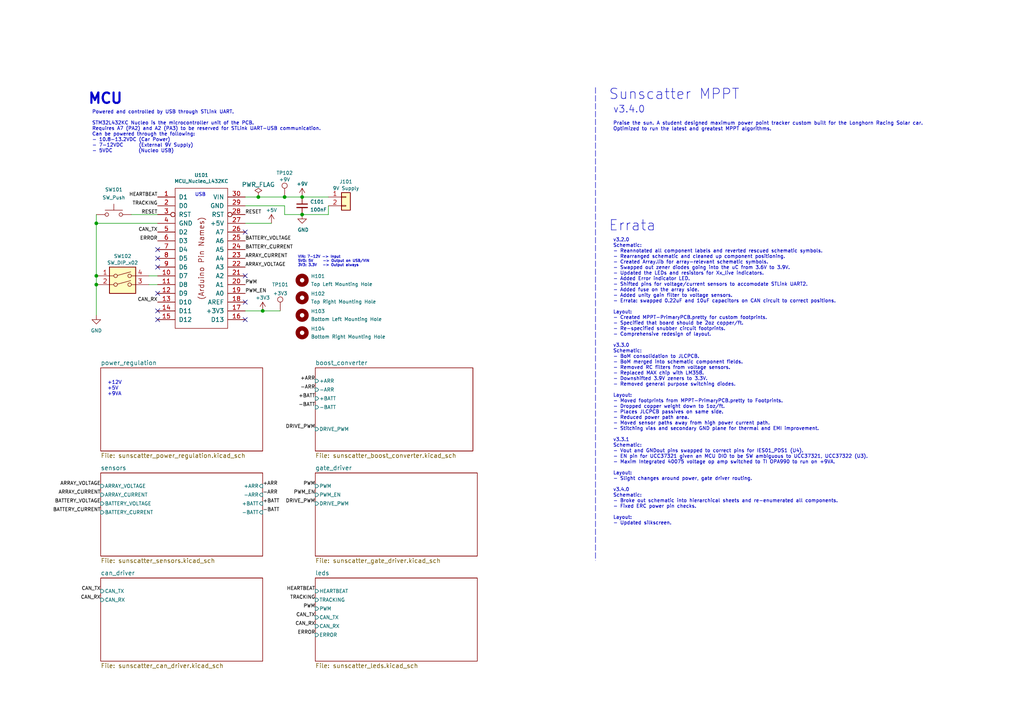
<source format=kicad_sch>
(kicad_sch (version 20211123) (generator eeschema)
  (paper "A4")
  (title_block (title "Sunscatter") (date "2022-06-05") (rev "3.4.0") (company "Longhorn Racing Solar") (comment 1 "Matthew Yu") (comment 2 "Gary Hallock"))
  (lib_symbols
    (symbol "Connector:TestPoint" (pin_numbers hide) (pin_names (offset 0.762) hide)
      (property "Reference" "TP" (at 0 6.858 0))
      (property "Value" "TestPoint" (at 0 5.08 0))
      (symbol "TestPoint_0_1"
        (circle (center 0 3.302) (radius 0.762))
      )
      (symbol "TestPoint_1_1"
        (pin passive line (at 0 0 90) (length 2.54) (name "1") (number "1"))
      )
    )
    (symbol "Connector_Generic:Conn_01x02" (pin_names (offset 1.016) hide)
      (property "Reference" "J" (at 0 2.54 0))
      (property "Value" "Conn_01x02" (at 0 -5.08 0))
      (symbol "Conn_01x02_1_1"
        (rectangle (start -1.27 -2.413) (end 0 -2.667) (stroke (width 0.1524)))
        (rectangle (start -1.27 0.127) (end 0 -0.127) (stroke (width 0.1524)))
        (rectangle (start -1.27 1.27) (end 1.27 -3.81) (stroke (width 0.254)) (fill (type background)))
        (pin passive line (at -5.08 0 0) (length 3.81) (name "Pin_1") (number "1"))
        (pin passive line (at -5.08 -2.54 0) (length 3.81) (name "Pin_2") (number "2"))
      )
    )
    (symbol "Device:C_Small" (pin_numbers hide) (pin_names (offset 0.254) hide)
      (property "Reference" "C" (at 0.254 1.778 0))
      (property "Value" "C_Small" (at 0.254 -2.032 0))
      (symbol "C_Small_0_1"
        (polyline (pts (xy -1.524 -0.508) (xy 1.524 -0.508)) (stroke (width 0.3302)))
        (polyline (pts (xy -1.524 0.508) (xy 1.524 0.508)) (stroke (width 0.3048)))
      )
      (symbol "C_Small_1_1"
        (pin passive line (at 0 2.54 270) (length 2.032) (name "~") (number "1"))
        (pin passive line (at 0 -2.54 90) (length 2.032) (name "~") (number "2"))
      )
    )
    (symbol "MPPT:MCU_Nucleo_L432KC" (pin_names (offset 1.016))
      (property "Reference" "U" (at 0 -21.59 0))
      (property "Value" "MCU_Nucleo_L432KC" (at 0 21.59 0))
      (symbol "MCU_Nucleo_L432KC_0_0"
        (rectangle (start -7.62 20.32) (end 7.62 -20.32))
      )
      (symbol "MCU_Nucleo_L432KC_0_1"
        (text "(Arduino Pin Names)" (at 0 0 900) (effects (font (size 1.524 1.524))))
      )
      (symbol "MCU_Nucleo_L432KC_0_2"
        (text "(Nucleo Pin Names)" (at 0 0 900) (effects (font (size 1.524 1.524))))
      )
      (symbol "MCU_Nucleo_L432KC_1_1"
        (pin bidirectional line (at -12.7 17.78 0) (length 5.08) (name "D1") (number "1"))
        (pin bidirectional line (at -12.7 -5.08 0) (length 5.08) (name "D7") (number "10"))
        (pin bidirectional line (at -12.7 -7.62 0) (length 5.08) (name "D8") (number "11"))
        (pin bidirectional line (at -12.7 -10.16 0) (length 5.08) (name "D9") (number "12"))
        (pin bidirectional line (at -12.7 -12.7 0) (length 5.08) (name "D10") (number "13"))
        (pin bidirectional line (at -12.7 -15.24 0) (length 5.08) (name "D11") (number "14"))
        (pin bidirectional line (at -12.7 -17.78 0) (length 5.08) (name "D12") (number "15"))
        (pin bidirectional line (at 12.7 -17.78 180) (length 5.08) (name "D13") (number "16"))
        (pin power_out line (at 12.7 -15.24 180) (length 5.08) (name "+3V3") (number "17"))
        (pin input line (at 12.7 -12.7 180) (length 5.08) (name "AREF") (number "18"))
        (pin bidirectional line (at 12.7 -10.16 180) (length 5.08) (name "A0") (number "19"))
        (pin bidirectional line (at -12.7 15.24 0) (length 5.08) (name "D0") (number "2"))
        (pin bidirectional line (at 12.7 -7.62 180) (length 5.08) (name "A1") (number "20"))
        (pin bidirectional line (at 12.7 -5.08 180) (length 5.08) (name "A2") (number "21"))
        (pin bidirectional line (at 12.7 -2.54 180) (length 5.08) (name "A3") (number "22"))
        (pin bidirectional line (at 12.7 0 180) (length 5.08) (name "A4") (number "23"))
        (pin bidirectional line (at 12.7 2.54 180) (length 5.08) (name "A5") (number "24"))
        (pin bidirectional line (at 12.7 5.08 180) (length 5.08) (name "A6") (number "25"))
        (pin bidirectional line (at 12.7 7.62 180) (length 5.08) (name "A7") (number "26"))
        (pin power_in line (at 12.7 10.16 180) (length 5.08) (name "+5V") (number "27"))
        (pin input inverted (at 12.7 12.7 180) (length 5.08) (name "RST") (number "28"))
        (pin power_in line (at 12.7 15.24 180) (length 5.08) (name "GND") (number "29"))
        (pin input inverted (at -12.7 12.7 0) (length 5.08) (name "RST") (number "3"))
        (pin power_in line (at 12.7 17.78 180) (length 5.08) (name "VIN") (number "30"))
        (pin power_in line (at -12.7 10.16 0) (length 5.08) (name "GND") (number "4"))
        (pin bidirectional line (at -12.7 7.62 0) (length 5.08) (name "D2") (number "5"))
        (pin bidirectional line (at -12.7 5.08 0) (length 5.08) (name "D3") (number "6"))
        (pin bidirectional line (at -12.7 2.54 0) (length 5.08) (name "D4") (number "7"))
        (pin bidirectional line (at -12.7 0 0) (length 5.08) (name "D5") (number "8"))
        (pin bidirectional line (at -12.7 -2.54 0) (length 5.08) (name "D6") (number "9"))
      )
      (symbol "MCU_Nucleo_L432KC_1_2"
        (pin bidirectional line (at -12.7 17.78 0) (length 5.08) (name "PA9") (number "1"))
        (pin bidirectional line (at -12.7 -5.08 0) (length 5.08) (name "PC14") (number "10"))
        (pin bidirectional line (at -12.7 -7.62 0) (length 5.08) (name "PC15") (number "11"))
        (pin bidirectional line (at -12.7 -10.16 0) (length 5.08) (name "PA8") (number "12"))
        (pin bidirectional line (at -12.7 -12.7 0) (length 5.08) (name "PA11") (number "13"))
        (pin bidirectional line (at -12.7 -15.24 0) (length 5.08) (name "PB5") (number "14"))
        (pin bidirectional line (at -12.7 -17.78 0) (length 5.08) (name "PB4") (number "15"))
        (pin bidirectional line (at 12.7 -17.78 180) (length 5.08) (name "PB3") (number "16"))
        (pin power_out line (at 12.7 -15.24 180) (length 5.08) (name "+3V3") (number "17"))
        (pin input line (at 12.7 -12.7 180) (length 5.08) (name "AREF") (number "18"))
        (pin bidirectional line (at 12.7 -10.16 180) (length 5.08) (name "PA0") (number "19"))
        (pin bidirectional line (at -12.7 15.24 0) (length 5.08) (name "PA10") (number "2"))
        (pin bidirectional line (at 12.7 -7.62 180) (length 5.08) (name "PA1") (number "20"))
        (pin bidirectional line (at 12.7 -5.08 180) (length 5.08) (name "PA3") (number "21"))
        (pin bidirectional line (at 12.7 -2.54 180) (length 5.08) (name "PA4") (number "22"))
        (pin bidirectional line (at 12.7 0 180) (length 5.08) (name "PA5") (number "23"))
        (pin bidirectional line (at 12.7 2.54 180) (length 5.08) (name "PA6") (number "24"))
        (pin bidirectional line (at 12.7 5.08 180) (length 5.08) (name "PA7") (number "25"))
        (pin bidirectional line (at 12.7 7.62 180) (length 5.08) (name "PA2") (number "26"))
        (pin power_out line (at 12.7 10.16 180) (length 5.08) (name "+5V") (number "27"))
        (pin input inverted (at 12.7 12.7 180) (length 5.08) (name "RST") (number "28"))
        (pin power_in line (at 12.7 15.24 180) (length 5.08) (name "GND") (number "29"))
        (pin input inverted (at -12.7 12.7 0) (length 5.08) (name "RST") (number "3"))
        (pin power_in line (at 12.7 17.78 180) (length 5.08) (name "VIN") (number "30"))
        (pin power_in line (at -12.7 10.16 0) (length 5.08) (name "GND") (number "4"))
        (pin bidirectional line (at -12.7 7.62 0) (length 5.08) (name "PA12") (number "5"))
        (pin bidirectional line (at -12.7 5.08 0) (length 5.08) (name "PB0") (number "6"))
        (pin bidirectional line (at -12.7 2.54 0) (length 5.08) (name "PB7") (number "7"))
        (pin bidirectional line (at -12.7 0 0) (length 5.08) (name "PB6") (number "8"))
        (pin bidirectional line (at -12.7 -2.54 0) (length 5.08) (name "PB1") (number "9"))
      )
    )
    (symbol "Mechanical:MountingHole" (pin_names (offset 1.016))
      (property "Reference" "H" (at 0 5.08 0))
      (property "Value" "MountingHole" (at 0 3.175 0))
      (symbol "MountingHole_0_1"
        (circle (center 0 0) (radius 1.27) (stroke (width 1.27)))
      )
    )
    (symbol "Switch:SW_DIP_x02" (pin_names (offset 0) hide)
      (property "Reference" "SW" (at 0 6.35 0))
      (property "Value" "SW_DIP_x02" (at 0 -3.81 0))
      (symbol "SW_DIP_x02_0_0"
        (circle (center -2.032 0) (radius 0.508))
        (circle (center -2.032 2.54) (radius 0.508))
        (polyline (pts (xy -1.524 0.127) (xy 2.3622 1.1684)))
        (polyline (pts (xy -1.524 2.667) (xy 2.3622 3.7084)))
        (circle (center 2.032 0) (radius 0.508))
        (circle (center 2.032 2.54) (radius 0.508))
      )
      (symbol "SW_DIP_x02_0_1"
        (rectangle (start -3.81 5.08) (end 3.81 -2.54) (stroke (width 0.254)) (fill (type background)))
      )
      (symbol "SW_DIP_x02_1_1"
        (pin passive line (at -7.62 2.54 0) (length 5.08) (name "~") (number "1"))
        (pin passive line (at -7.62 0 0) (length 5.08) (name "~") (number "2"))
        (pin passive line (at 7.62 0 180) (length 5.08) (name "~") (number "3"))
        (pin passive line (at 7.62 2.54 180) (length 5.08) (name "~") (number "4"))
      )
    )
    (symbol "Switch:SW_Push" (pin_numbers hide) (pin_names (offset 1.016) hide)
      (property "Reference" "SW" (at 1.27 2.54 0))
      (property "Value" "SW_Push" (at 0 -1.524 0))
      (symbol "SW_Push_0_1"
        (circle (center -2.032 0) (radius 0.508))
        (polyline (pts (xy 0 1.27) (xy 0 3.048)))
        (polyline (pts (xy 2.54 1.27) (xy -2.54 1.27)))
        (circle (center 2.032 0) (radius 0.508))
        (pin passive line (at -5.08 0 0) (length 2.54) (name "1") (number "1"))
        (pin passive line (at 5.08 0 180) (length 2.54) (name "2") (number "2"))
      )
    )
    (symbol "power:+3V3" (power) (pin_names (offset 0))
      (property "Value" "+3V3" (at 0 3.556 0))
      (symbol "+3V3_0_1"
        (polyline (pts (xy -0.762 1.27) (xy 0 2.54)))
        (polyline (pts (xy 0 0) (xy 0 2.54)))
        (polyline (pts (xy 0 2.54) (xy 0.762 1.27)))
      )
      (symbol "+3V3_1_1"
        (pin power_in line (at 0 0 90) (length 0) hide (name "+3V3") (number "1"))
      )
    )
    (symbol "power:+5V" (power) (pin_names (offset 0))
      (property "Value" "+5V" (at 0 3.556 0))
      (symbol "+5V_0_1"
        (polyline (pts (xy -0.762 1.27) (xy 0 2.54)))
        (polyline (pts (xy 0 0) (xy 0 2.54)))
        (polyline (pts (xy 0 2.54) (xy 0.762 1.27)))
      )
      (symbol "+5V_1_1"
        (pin power_in line (at 0 0 90) (length 0) hide (name "+5V") (number "1"))
      )
    )
    (symbol "power:+9V" (power) (pin_names (offset 0))
      (property "Value" "+9V" (at 0 3.556 0))
      (symbol "+9V_0_1"
        (polyline (pts (xy -0.762 1.27) (xy 0 2.54)))
        (polyline (pts (xy 0 0) (xy 0 2.54)))
        (polyline (pts (xy 0 2.54) (xy 0.762 1.27)))
      )
      (symbol "+9V_1_1"
        (pin power_in line (at 0 0 90) (length 0) hide (name "+9V") (number "1"))
      )
    )
    (symbol "power:GND" (power) (pin_names (offset 0))
      (property "Value" "GND" (at 0 -3.81 0))
      (symbol "GND_0_1"
        (polyline (pts (xy 0 0) (xy 0 -1.27) (xy 1.27 -1.27) (xy 0 -2.54) (xy -1.27 -1.27) (xy 0 -1.27)))
      )
      (symbol "GND_1_1"
        (pin power_in line (at 0 0 270) (length 0) hide (name "GND") (number "1"))
      )
    )
    (symbol "power:PWR_FLAG" (power) (pin_numbers hide) (pin_names (offset 0) hide)
      (property "Value" "PWR_FLAG" (at 0 3.81 0))
      (symbol "PWR_FLAG_0_0"
        (pin power_out line (at 0 0 90) (length 0) (name "pwr") (number "1"))
      )
      (symbol "PWR_FLAG_0_1"
        (polyline (pts (xy 0 0) (xy 0 1.27) (xy -1.016 1.905) (xy 0 2.54) (xy 1.016 1.905) (xy 0 1.27)))
      )
    )
  )
  (junction (at 27.94 64.77))
  (junction (at 76.2 90.17))
  (junction (at 27.94 82.55))
  (junction (at 87.63 62.23))
  (junction (at 27.94 80.01))
  (junction (at 87.63 57.15))
  (junction (at 82.55 57.15))
  (junction (at 74.93 57.15))
  (no_connect (at 71.12 87.63))
  (no_connect (at 71.12 67.31))
  (no_connect (at 45.72 77.47))
  (no_connect (at 45.72 72.39))
  (no_connect (at 71.12 80.01))
  (no_connect (at 45.72 90.17))
  (no_connect (at 45.72 92.71))
  (no_connect (at 71.12 92.71))
  (no_connect (at 45.72 74.93))
  (no_connect (at 45.72 85.09))
  (wire (pts (xy 71.12 64.77) (xy 78.74 64.77)))
  (wire (pts (xy 43.18 80.01) (xy 45.72 80.01)))
  (wire (pts (xy 27.94 91.44) (xy 27.94 82.55)))
  (wire (pts (xy 82.55 57.15) (xy 87.63 57.15)))
  (wire (pts (xy 82.55 59.69) (xy 82.55 62.23)))
  (wire (pts (xy 43.18 82.55) (xy 45.72 82.55)))
  (wire (pts (xy 27.94 64.77) (xy 45.72 64.77)))
  (wire (pts (xy 82.55 62.23) (xy 87.63 62.23)))
  (wire (pts (xy 27.94 82.55) (xy 27.94 80.01)))
  (polyline (pts (xy 172.72 25.4) (xy 172.72 162.56)))
  (wire (pts (xy 87.63 57.15) (xy 95.25 57.15)))
  (wire (pts (xy 95.25 62.23) (xy 87.63 62.23)))
  (wire (pts (xy 27.94 64.77) (xy 27.94 80.01)))
  (wire (pts (xy 76.2 90.17) (xy 71.12 90.17)))
  (wire (pts (xy 71.12 57.15) (xy 74.93 57.15)))
  (wire (pts (xy 27.94 62.23) (xy 27.94 64.77)))
  (wire (pts (xy 95.25 59.69) (xy 95.25 62.23)))
  (wire (pts (xy 74.93 57.15) (xy 82.55 57.15)))
  (wire (pts (xy 71.12 59.69) (xy 82.55 59.69)))
  (wire (pts (xy 76.2 90.17) (xy 81.28 90.17)))
  (wire (pts (xy 38.1 62.23) (xy 45.72 62.23)))
  (text "Errata" (at 176.53 67.31 0) (effects (font (size 3 3)) (justify left bottom)))
  (text "VIN: 7-12V -> Input\n5V0: 5V     -> Output on USB/VIN\n3V3: 3.3V   -> Output always" (at 86.36 77.47 0) (effects (font (size 0.75 0.75)) (justify left bottom)))
  (text "USB" (at 56.515 57.15 0) (effects (font (size 1 1)) (justify left bottom)))
  (text "v3.2.0\nSchematic:\n- Reannotated all component labels and reverted rescued schematic symbols.\n- Rearranged schematic and cleaned up component positioning.\n- Created Array.lib for array-relevant schematic symbols.\n- Swapped out zener diodes going into the uC from 3.6V to 3.9V.\n- Updated the LEDs and resistors for Xx_live indicators.\n- Added Error indicator LED.\n- Shifted pins for voltage/current sensors to accomodate STLink UART2.\n- Added fuse on the array side.\n- Added unity gain filter to voltage sensors.\n- Errata: swapped 0.22uF and 10uF capacitors on CAN circuit to correct positions.\n\nLayout:\n- Created MPPT-PrimaryPCB.pretty for custom footprints.\n- Specified that board should be 2oz copper/ft.\n- Re-specified snubber circuit footprints.\n- Comprehensive redesign of layout.\n\nv3.3.0\nSchematic:\n- BoM consolidation to JLCPCB.\n- BoM merged into schematic component fields.\n- Removed RC filters from voltage sensors.\n- Replaced MAX chip with LM358.\n- Downshifted 3.9V zeners to 3.3V.\n- Removed general purpose switching diodes.\n\nLayout:\n- Moved footprints from MPPT-PrimaryPCB.pretty to Footprints.\n- Dropped copper weight down to 1oz/ft.\n- Places JLCPCB passives on same side.\n- Reduced power path area.\n- Moved sensor paths away from high power current path.\n- Stitching vias and secondary GND plane for thermal and EMI improvement.\n\nv3.3.1\nSchematic:\n- Vout and GNDout pins swapped to correct pins for IES01_PDS1 (U4).\n- EN pin for UCC37321 given an MCU DIO to be SW ambiguous to UCC37321, UCC37322 (U3).\n- Maxim Integrated 40075 voltage op amp switched to TI OPA990 to run on +9VA.\n\nLayout:\n- Slight changes around power, gate driver routing.\n\nv3.4.0\nSchematic:\n- Broke out schematic into hierarchical sheets and re-enumerated all components.\n- Fixed ERC power pin checks.\n\nLayout:\n- Updated silkscreen." (at 177.8 152.4 0) (effects (font (size 1 1)) (justify left bottom)))
  (text "v3.4.0" (at 177.8 33.02 0) (effects (font (size 2 2)) (justify left bottom)))
  (text "Powered and controlled by USB through STLink UART.\n\nSTM32L432KC Nucleo is the microcontroller unit of the PCB.\nRequires A7 (PA2) and A2 (PA3) to be reserved for STLink UART-USB communication.\nCan be powered through the following:\n- 10.8-13.2VDC (Car Power)\n- 7-12VDC      (External 9V Supply)\n- 5VDC          (Nucleo USB)\n" (at 26.67 44.45 0) (effects (font (size 1 1)) (justify left bottom)))
  (text "MCU" (at 25.4 30.48 0) (effects (font (size 3 3) (thickness 0.6096) bold) (justify left bottom)))
  (text "Sunscatter MPPT" (at 176.53 29.21 0) (effects (font (size 3 3)) (justify left bottom)))
  (text "+12V\n+5V\n+9VA" (at 31.115 114.935 0) (effects (font (size 1.016 1.016)) (justify left bottom)))
  (text "Praise the sun. A student designed maximum power point tracker custom built for the Longhorn Racing Solar car.\nOptimized to run the latest and greatest MPPT algorithms." (at 177.8 38.1 0) (effects (font (size 1.016 1.016)) (justify left bottom)))
  (label "TRACKING" (at 91.44 173.99 180) (effects (font (size 1 1))))
  (label "HEARTBEAT" (at 91.44 171.45 180) (effects (font (size 1 1))))
  (label "+ARR" (at 76.2 140.97 0) (effects (font (size 1.016 1.016))))
  (label "PWM" (at 91.44 140.97 180) (effects (font (size 1 1))))
  (label "BATTERY_CURRENT" (at 29.21 148.59 180) (effects (font (size 1 1))))
  (label "PWM_EN" (at 91.44 143.51 180) (effects (font (size 1.016 1.016))))
  (label "+BATT" (at 76.2 146.05 0) (effects (font (size 1.016 1.016))))
  (label "BATTERY_VOLTAGE" (at 29.21 146.05 180) (effects (font (size 1 1))))
  (label "ARRAY_VOLTAGE" (at 29.21 140.97 180) (effects (font (size 1 1))))
  (label "RESET" (at 45.72 62.23 180) (effects (font (size 1 1))))
  (label "PWM_EN" (at 71.12 85.09 0) (effects (font (size 1 1))))
  (label "ARRAY_CURRENT" (at 29.21 143.51 180) (effects (font (size 1 1))))
  (label "PWM" (at 91.44 176.53 180) (effects (font (size 1 1))))
  (label "-BATT" (at 76.2 148.59 0) (effects (font (size 1.016 1.016))))
  (label "-ARR" (at 76.2 143.51 0) (effects (font (size 1.016 1.016))))
  (label "CAN_TX" (at 45.72 67.31 180) (effects (font (size 1 1))))
  (label "TRACKING" (at 45.72 59.69 180) (effects (font (size 1 1))))
  (label "CAN_TX" (at 29.21 171.45 180) (effects (font (size 1 1))))
  (label "HEARTBEAT" (at 45.72 57.15 180) (effects (font (size 1 1))))
  (label "-BATT" (at 91.44 118.11 180) (effects (font (size 1.016 1.016))))
  (label "CAN_TX" (at 91.44 179.07 180) (effects (font (size 1 1))))
  (label "-ARR" (at 91.44 113.03 180) (effects (font (size 1.016 1.016))))
  (label "ERROR" (at 91.44 184.15 180) (effects (font (size 1 1))))
  (label "RESET" (at 71.12 62.23 0) (effects (font (size 1 1))))
  (label "PWM" (at 71.12 82.55 0) (effects (font (size 1 1))))
  (label "ERROR" (at 45.72 69.85 180) (effects (font (size 1 1))))
  (label "+ARR" (at 91.44 110.49 180) (effects (font (size 1.016 1.016))))
  (label "BATTERY_CURRENT" (at 71.12 72.39 0) (effects (font (size 1 1))))
  (label "DRIVE_PWM" (at 91.44 146.05 180) (effects (font (size 1.016 1.016))))
  (label "DRIVE_PWM" (at 91.44 124.46 180) (effects (font (size 1.016 1.016))))
  (label "ARRAY_CURRENT" (at 71.12 74.93 0) (effects (font (size 1 1))))
  (label "CAN_RX" (at 29.21 173.99 180) (effects (font (size 1 1))))
  (label "CAN_RX" (at 45.72 87.63 180) (effects (font (size 1 1))))
  (label "BATTERY_VOLTAGE" (at 71.12 69.85 0) (effects (font (size 1 1))))
  (label "CAN_RX" (at 91.44 181.61 180) (effects (font (size 1 1))))
  (label "+BATT" (at 91.44 115.57 180) (effects (font (size 1.016 1.016))))
  (label "ARRAY_VOLTAGE" (at 71.12 77.47 0) (effects (font (size 1 1))))
  (symbol (lib_id "Mechanical:MountingHole") (at 87.63 81.28 0) (unit 1)
    (property "Reference" "H101" (at 90.17 80.1116 0) (effects (font (size 1 1)) (justify left)))
    (property "Value" "Top Left Mounting Hole" (at 90.17 82.423 0) (effects (font (size 1 1)) (justify left)))
    (property "Footprint" "MountingHole:MountingHole_3.2mm_M3" (effects hide))
  )
  (symbol (lib_id "Mechanical:MountingHole") (at 87.63 86.36 0) (unit 1)
    (property "Reference" "H102" (at 90.17 85.1916 0) (effects (font (size 1 1)) (justify left)))
    (property "Value" "Top Right Mounting Hole" (at 90.17 87.503 0) (effects (font (size 1 1)) (justify left)))
    (property "Footprint" "MountingHole:MountingHole_3.2mm_M3" (effects hide))
  )
  (symbol (lib_id "Mechanical:MountingHole") (at 87.63 91.44 0) (unit 1)
    (property "Reference" "H103" (at 90.17 90.2716 0) (effects (font (size 1 1)) (justify left)))
    (property "Value" "Bottom Left Mounting Hole" (at 90.17 92.583 0) (effects (font (size 1 1)) (justify left)))
    (property "Footprint" "MountingHole:MountingHole_3.2mm_M3" (effects hide))
  )
  (symbol (lib_id "Mechanical:MountingHole") (at 87.63 96.52 0) (unit 1)
    (property "Reference" "H104" (at 90.17 95.3516 0) (effects (font (size 1 1)) (justify left)))
    (property "Value" "Bottom Right Mounting Hole" (at 90.17 97.663 0) (effects (font (size 1 1)) (justify left)))
    (property "Footprint" "MountingHole:MountingHole_3.2mm_M3" (effects hide))
  )
  (symbol (lib_id "power:PWR_FLAG") (at 74.93 57.15 0) (unit 1)
    (property "Reference" "#FLG0101" (effects hide))
    (property "Value" "PWR_FLAG" (at 74.93 53.5455 0))
  )
  (symbol (lib_id "Device:C_Small") (at 87.63 59.69 0) (unit 1)
    (property "Reference" "C101" (at 89.9668 58.5216 0) (effects (font (size 1 1)) (justify left)))
    (property "Value" "100nF" (at 89.9668 60.833 0) (effects (font (size 1 1)) (justify left)))
    (property "Footprint" "Capacitor_SMD:C_0805_2012Metric" (effects hide))
    (property "Datasheet" "https://datasheet.lcsc.com/lcsc/1810191216_Samsung-Electro-Mechanics-CL21B104KCFNNNE_C28233.pdf" (effects hide))
    (property "Distributor" "JLCPCB" (effects hide))
    (property "Manufacturer" "Samsung Elctro-Mechanics" (effects hide))
    (property "JLCPCB BOM" "1" (effects hide))
    (property "LCSC Part" "C28233" (effects hide))
    (property "Projected Cost" "0.0083" (effects hide))
    (property "Purchase Page" "N/A" (effects hide))
    (property "Manufacturer Part Number" "CL21B104KCFNNNE" (effects hide))
    (property "Mouser Part" "N/A" (effects hide))
  )
  (symbol (lib_id "Switch:SW_Push") (at 33.02 62.23 0) (unit 1)
    (property "Reference" "SW101" (at 33.02 54.991 0) (effects (font (size 1 1))))
    (property "Value" "SW_Push" (at 33.02 57.3024 0) (effects (font (size 1 1))))
    (property "Footprint" "Button_Switch_THT:SW_PUSH_6mm" (effects hide))
    (property "Datasheet" "https://www.mouser.com/datasheet/2/670/ts02-2586188.pdf" (effects hide))
    (property "Distributor" "Mouser" (effects hide))
    (property "Manufacturer" "CUI Devices" (effects hide))
    (property "JLCPCB BOM" "0" (effects hide))
    (property "LCSC Part" "N/A" (effects hide))
    (property "Projected Cost" "0.10" (effects hide))
    (property "Purchase Page" "https://www.mouser.com/ProductDetail/CUI-Devices/TS02-66-50-BK-260-SCR-D?qs=A6eO%252BMLsxmQtNldP04biKA%3D%3D" (effects hide))
    (property "Manufacturer Part Number" "TS02-66-50-BK-260-SCR-D" (effects hide))
    (property "Mouser Part" "179-TS026650BK260SCR" (effects hide))
  )
  (symbol (lib_id "Switch:SW_DIP_x02") (at 35.56 82.55 0) (unit 1)
    (property "Reference" "SW102" (at 35.56 74.295 0) (effects (font (size 1 1))))
    (property "Value" "SW_DIP_x02" (at 35.56 76.2 0) (effects (font (size 1 1))))
    (property "Footprint" "Footprints:ADF02ST04_DIP_Switch_2_POS" (effects hide))
    (property "Datasheet" "https://www.mouser.com/datasheet/2/418/5/ENG_CD_1825059_A8-659985.pdf" (effects hide))
    (property "Distributor" "Mouser" (effects hide))
    (property "JLCPCB BOM" "0" (effects hide))
    (property "LCSC Part" "N/A" (effects hide))
    (property "Manufacturer" "TE Connectivity" (effects hide))
    (property "Projected Cost" "1.13" (effects hide))
    (property "Purchase Page" "https://www.mouser.com/ProductDetail/TE-Connectivity-Alcoswitch/ADF02ST04?qs=g%252BEszo6zu8MYpJDGyO7kjQ%3D%3D" (effects hide))
    (property "Manufacturer Part Number" "ADF02ST04" (effects hide))
    (property "Mouser Part" "506-ADF02ST04" (effects hide))
  )
  (symbol (lib_id "power:+9V") (at 87.63 57.15 0) (unit 1)
    (property "Reference" "#PWR0104" (effects hide))
    (property "Value" "+9V" (at 87.63 53.34 0) (effects (font (size 1 1))))
  )
  (symbol (lib_id "power:+5V") (at 78.74 64.77 0) (unit 1)
    (property "Reference" "#PWR0103" (effects hide))
    (property "Value" "+5V" (at 78.74 60.96 0) (effects (font (size 1 1))))
  )
  (symbol (lib_id "Connector_Generic:Conn_01x02") (at 100.33 57.15 0) (unit 1)
    (property "Reference" "J101" (at 100.33 52.705 0) (effects (font (size 1 1))))
    (property "Value" "9V Supply" (at 100.33 54.61 0) (effects (font (size 1 1))))
    (property "Footprint" "Connector_Molex:Molex_Micro-Fit_3.0_43650-0215_1x02_P3.00mm_Vertical" (effects hide))
    (property "Datasheet" "https://www.mouser.com/datasheet/2/276/0436500215_PCB_HEADERS-148687.pdf" (effects hide))
    (property "Distributor" "Mouser" (effects hide))
    (property "Manufacturer" "Molex" (effects hide))
    (property "JLCPCB BOM" "0" (effects hide))
    (property "LCSC Part" "N/A" (effects hide))
    (property "Projected Cost" "1.46" (effects hide))
    (property "Purchase Page" "https://www.mouser.com/ProductDetail/538-43650-0215" (effects hide))
    (property "Manufacturer Part Number" "43650-0215" (effects hide))
    (property "Mouser Part" "538-43650-0215" (effects hide))
  )
  (symbol (lib_id "power:GND") (at 87.63 62.23 0) (unit 1)
    (property "Reference" "#PWR0105" (effects hide))
    (property "Value" "GND" (at 89.535 66.675 0) (effects (font (size 1 1)) (justify right)))
  )
  (symbol (lib_id "MPPT:MCU_Nucleo_L432KC") (at 58.42 74.93 0) (unit 1)
    (property "Reference" "U101" (at 58.42 50.8 0) (effects (font (size 1 1))))
    (property "Value" "MCU_Nucleo_L432KC" (at 58.42 52.5526 0) (effects (font (size 1 1))))
    (property "Footprint" "Footprints:MODULE_NUCLEO-L432KC" (effects hide))
    (property "Datasheet" "https://www.mouser.com/datasheet/2/389/nucleo-f031k6-1484037.pdf" (effects hide))
    (property "Distributor" "Mouser" (effects hide))
    (property "Manufacturer" "STMicroelectronics" (effects hide))
    (property "JLCPCB BOM" "0" (effects hide))
    (property "LCSC Part" "N/A" (effects hide))
    (property "Projected Cost" "10.64" (effects hide))
    (property "Purchase Page" "https://www.mouser.com/ProductDetail/STMicroelectronics/NUCLEO-L432KC?qs=qzCNEk%252BRr%252BajjPvxjwWK5g%3D%3D" (effects hide))
    (property "Manufacturer Part Number" "511-NUCLEO-L432KC" (effects hide))
    (property "Mouser Part" "511-NUCLEO-L432KC" (effects hide))
  )
  (symbol (lib_id "Connector:TestPoint") (at 81.28 90.17 0) (unit 1)
    (property "Reference" "TP101" (at 81.28 82.55 0) (effects (font (size 1 1))))
    (property "Value" "+3V3" (at 81.28 85.09 0) (effects (font (size 1 1))))
    (property "Footprint" "TestPoint:TestPoint_Pad_1.0x1.0mm" (effects hide))
  )
  (symbol (lib_id "power:GND") (at 27.94 91.44 0) (unit 1)
    (property "Reference" "#PWR0101" (effects hide))
    (property "Value" "GND" (at 27.94 95.885 0) (effects (font (size 1 1))))
  )
  (symbol (lib_id "Connector:TestPoint") (at 82.55 57.15 0) (unit 1)
    (property "Reference" "TP102" (at 82.55 50.165 0) (effects (font (size 1 1))))
    (property "Value" "+9V" (at 82.55 52.07 0) (effects (font (size 1 1))))
    (property "Footprint" "TestPoint:TestPoint_Pad_1.0x1.0mm" (effects hide))
  )
  (symbol (lib_id "power:+3V3") (at 76.2 90.17 0) (unit 1)
    (property "Reference" "#PWR0102" (effects hide))
    (property "Value" "+3V3" (at 76.2 86.36 0) (effects (font (size 1 1))))
  )
  (sheet (at 91.44 167.64) (size 46.99 24.13) (stroke (width 0.1524))
    (property "Sheet name" "leds" (at 91.44 166.9284 0) (effects (justify left bottom)))
    (property "Sheet file" "sunscatter_leds.kicad_sch" (at 91.44 192.3546 0) (effects (justify left top)))
    (pin "CAN_TX" input (at 91.44 179.07 180) (effects (font (size 1.016 1.016))))
    (pin "PWM" input (at 91.44 176.53 180) (effects (font (size 1.016 1.016))))
    (pin "TRACKING" input (at 91.44 173.99 180) (effects (font (size 1.016 1.016))))
    (pin "HEARTBEAT" input (at 91.44 171.45 180) (effects (font (size 1.016 1.016))))
    (pin "CAN_RX" input (at 91.44 181.61 180) (effects (font (size 1.016 1.016))))
    (pin "ERROR" input (at 91.44 184.15 180) (effects (font (size 1.016 1.016))))
  )
  (sheet (at 91.44 106.68) (size 45.72 24.13) (stroke (width 0.1524))
    (property "Sheet name" "boost_converter" (at 91.44 105.9684 0) (effects (justify left bottom)))
    (property "Sheet file" "sunscatter_boost_converter.kicad_sch" (at 91.44 131.3946 0) (effects (justify left top)))
    (pin "-ARR" input (at 91.44 113.03 180) (effects (font (size 1.016 1.016))))
    (pin "+ARR" input (at 91.44 110.49 180) (effects (font (size 1.016 1.016))))
    (pin "DRIVE_PWM" input (at 91.44 124.46 180) (effects (font (size 1.016 1.016))))
    (pin "+BATT" input (at 91.44 115.57 180) (effects (font (size 1.016 1.016))))
    (pin "-BATT" input (at 91.44 118.11 180) (effects (font (size 1.016 1.016))))
  )
  (sheet (at 29.21 137.16) (size 46.99 24.13) (stroke (width 0.1524))
    (property "Sheet name" "sensors" (at 29.21 136.4484 0) (effects (justify left bottom)))
    (property "Sheet file" "sunscatter_sensors.kicad_sch" (at 29.21 161.8746 0) (effects (justify left top)))
    (pin "BATTERY_CURRENT" input (at 29.21 148.59 180) (effects (font (size 1.016 1.016))))
    (pin "-BATT" input (at 76.2 148.59 0) (effects (font (size 1.016 1.016))))
    (pin "-ARR" input (at 76.2 143.51 0) (effects (font (size 1.016 1.016))))
    (pin "ARRAY_CURRENT" input (at 29.21 143.51 180) (effects (font (size 1.016 1.016))))
    (pin "ARRAY_VOLTAGE" input (at 29.21 140.97 180) (effects (font (size 1.016 1.016))))
    (pin "+ARR" input (at 76.2 140.97 0) (effects (font (size 1.016 1.016))))
    (pin "BATTERY_VOLTAGE" input (at 29.21 146.05 180) (effects (font (size 1.016 1.016))))
    (pin "+BATT" input (at 76.2 146.05 0) (effects (font (size 1.016 1.016))))
  )
  (sheet (at 29.21 106.68) (size 46.99 24.13) (stroke (width 0.1524))
    (property "Sheet name" "power_regulation" (at 29.21 105.9684 0) (effects (justify left bottom)))
    (property "Sheet file" "sunscatter_power_regulation.kicad_sch" (at 29.21 131.3946 0) (effects (justify left top)))
  )
  (sheet (at 91.44 137.16) (size 46.99 24.13) (stroke (width 0.1524))
    (property "Sheet name" "gate_driver" (at 91.44 136.4484 0) (effects (justify left bottom)))
    (property "Sheet file" "sunscatter_gate_driver.kicad_sch" (at 91.44 161.8746 0) (effects (justify left top)))
    (pin "PWM" input (at 91.44 140.97 180) (effects (font (size 1.016 1.016))))
    (pin "PWM_EN" input (at 91.44 143.51 180) (effects (font (size 1.016 1.016))))
    (pin "DRIVE_PWM" input (at 91.44 146.05 180) (effects (font (size 1.016 1.016))))
  )
  (sheet (at 29.21 167.64) (size 46.99 24.13) (stroke (width 0.1524))
    (property "Sheet name" "can_driver" (at 29.21 166.9284 0) (effects (justify left bottom)))
    (property "Sheet file" "sunscatter_can_driver.kicad_sch" (at 29.21 192.3546 0) (effects (justify left top)))
    (pin "CAN_RX" input (at 29.21 173.99 180) (effects (font (size 1.016 1.016))))
    (pin "CAN_TX" input (at 29.21 171.45 180) (effects (font (size 1.016 1.016))))
  )
)
</source>
